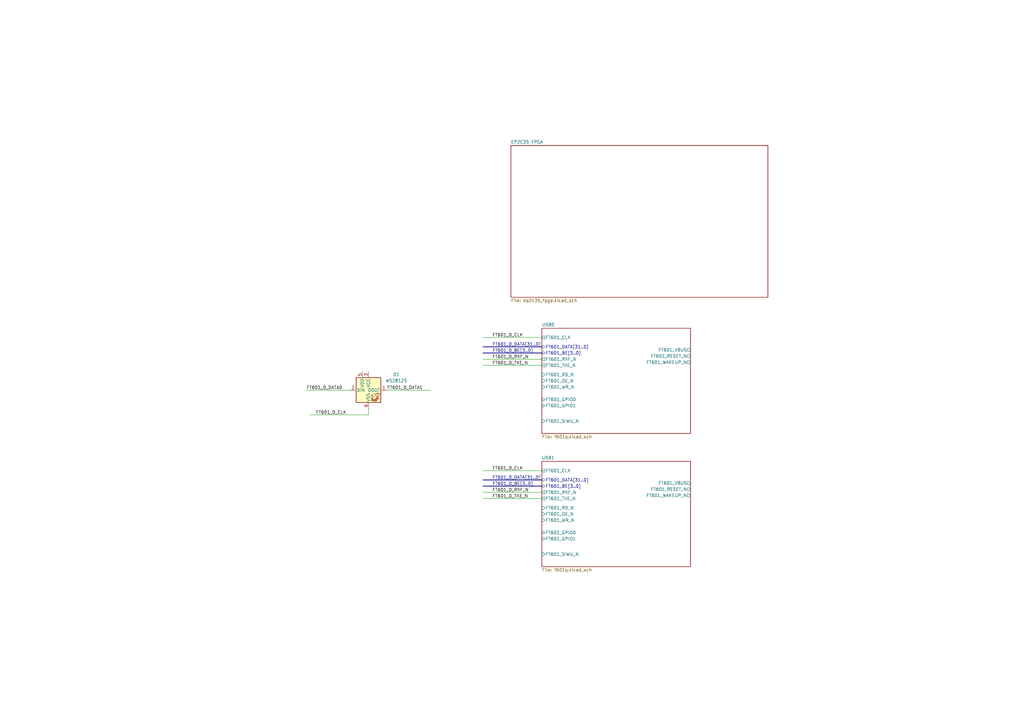
<source format=kicad_sch>
(kicad_sch (version 20250114) (generator "eeschema") (generator_version "9.0")
  (paper "A3")
  (lib_symbols
    (symbol "LED:WS2812S" (pin_names (offset 0.254))
      (property "Reference" "D" (at 5.08 5.715 0))
      (property "Value" "WS2812S" (at 1.27 -5.715 0))
      (symbol "WS2812S_0_0"
        (text "RGB" (at 2.286 -4.191 0) (effects (font (size 0.762 0.762))))
      )
      (symbol "WS2812S_0_1"
        (polyline (pts (xy 1.27 -2.54) (xy 1.778 -2.54)))
        (polyline (pts (xy 1.27 -3.556) (xy 1.778 -3.556)))
        (polyline (pts (xy 2.286 -1.524) (xy 1.27 -2.54) (xy 1.27 -2.032)))
        (polyline (pts (xy 2.286 -2.54) (xy 1.27 -3.556) (xy 1.27 -3.048)))
        (polyline (pts (xy 3.683 -1.016) (xy 3.683 -3.556) (xy 3.683 -4.064)))
        (polyline (pts (xy 4.699 -1.524) (xy 2.667 -1.524) (xy 3.683 -3.556) (xy 4.699 -1.524)))
        (polyline (pts (xy 4.699 -3.556) (xy 2.667 -3.556)))
        (rectangle (start 5.08 5.08) (end -5.08 -5.08) (stroke (width 0.254)) (fill (type background)))
      )
      (symbol "WS2812S_1_1"
        (pin input line (at -7.62 0 0) (length 2.54) (name "DIN") (number "2"))
        (pin power_in line (at -2.54 7.62 270) (length 2.54) (name "VDD") (number "5"))
        (pin power_in line (at 0 7.62 270) (length 2.54) (name "VCC") (number "3"))
        (pin power_in line (at 0 -7.62 90) (length 2.54) (name "VSS") (number "6"))
        (pin no_connect line (at 5.08 2.54 180) (length 2.54) (hide yes) (name "NC") (number "4"))
        (pin output line (at 7.62 0 180) (length 2.54) (name "DOUT") (number "1"))
      )
    )
  )
  (wire (pts (xy 198.12 204.47) (xy 222.25 204.47)))
  (bus (pts (xy 198.12 144.78) (xy 222.25 144.78)))
  (wire (pts (xy 151.13 167.64) (xy 151.13 170.18)))
  (wire (pts (xy 125.73 160.02) (xy 143.51 160.02)))
  (wire (pts (xy 127 170.18) (xy 151.13 170.18)))
  (wire (pts (xy 198.12 149.86) (xy 222.25 149.86)))
  (bus (pts (xy 198.12 142.24) (xy 222.25 142.24)))
  (wire (pts (xy 198.12 201.93) (xy 222.25 201.93)))
  (wire (pts (xy 158.75 160.02) (xy 176.53 160.02)))
  (bus (pts (xy 198.12 196.85) (xy 222.25 196.85)))
  (wire (pts (xy 198.12 147.32) (xy 222.25 147.32)))
  (wire (pts (xy 198.12 138.43) (xy 222.25 138.43)))
  (wire (pts (xy 198.12 193.04) (xy 222.25 193.04)))
  (bus (pts (xy 198.12 199.39) (xy 222.25 199.39)))
  (label "FT601_0_CLK" (at 129.54 170.18 0))
  (label "FT601_0_DATA0" (at 125.73 160.02 0))
  (label "FT601_0_TXE_N" (at 201.93 149.86 0))
  (label "FT601_0_DATA[31..0]" (at 201.93 196.85 0))
  (label "FT601_0_DATA1" (at 158.75 160.02 0))
  (label "FT601_0_DATA[31..0]" (at 201.93 142.24 0))
  (label "FT601_0_CLK" (at 201.93 193.04 0))
  (label "FT601_0_CLK" (at 201.93 138.43 0))
  (label "FT601_0_RXF_N" (at 201.93 147.32 0))
  (label "FT601_0_TXE_N" (at 201.93 204.47 0))
  (label "FT601_0_BE[3..0]" (at 201.93 199.39 0))
  (label "FT601_0_RXF_N" (at 201.93 201.93 0))
  (label "FT601_0_BE[3..0]" (at 201.93 144.78 0))
  (symbol (lib_id "LED:WS2812S") (at 151.13 160.02 0) (unit 1)
    (property "Reference" "D1" (at 162.56 153.5998 0))
    (property "Value" "WS2812S" (at 162.56 156.1398 0))
    (property "Footprint" "LED_SMD:LED_WS2812_PLCC6_5.0x5.0mm_P1.6mm" (effects (hide yes)))
    (property "Datasheet" "http://www.world-semi.com/DownLoadFile/115" (effects (hide yes)))
    (property "Description" "RGB LED with integrated controller" (effects (hide yes)))
  )
  (sheet (at 222.25 189.23) (size 60.96 43.18) (stroke (width 0.1524))
    (property "Sheetname" "USB1" (at 222.25 188.5184 0) (effects (justify left bottom)))
    (property "Sheetfile" "f601q.kicad_sch" (at 222.25 232.9946 0) (effects (justify left top)))
    (pin "FT601_CLK" output (at 222.25 193.04 180))
    (pin "FT601_DATA[31..0]" bidirectional (at 222.25 196.85 180))
    (pin "FT601_BE[3..0]" bidirectional (at 222.25 199.39 180))
    (pin "FT601_RXF_N" output (at 222.25 201.93 180))
    (pin "FT601_TXE_N" output (at 222.25 204.47 180))
    (pin "FT601_RD_N" input (at 222.25 208.28 180))
    (pin "FT601_SIWU_N" input (at 222.25 227.33 180))
    (pin "FT601_OE_N" input (at 222.25 210.82 180))
    (pin "FT601_GPIO1" bidirectional (at 222.25 220.98 180))
    (pin "FT601_GPIO0" bidirectional (at 222.25 218.44 180))
    (pin "FT601_VBUS" output (at 283.21 198.12 0))
    (pin "FT601_RESET_N" output (at 283.21 200.66 0))
    (pin "FT601_WR_N" input (at 222.25 213.36 180))
    (pin "FT601_WAKEUP_N" output (at 283.21 203.2 0))
  )
  (sheet (at 209.55 59.69) (size 105.41 62.23) (stroke (width 0.1524))
    (property "Sheetname" "EP2C35 FPGA" (at 209.55 58.9784 0) (effects (justify left bottom)))
    (property "Sheetfile" "ep2c35_fpga.kicad_sch" (at 209.55 122.5046 0) (effects (justify left top)))
  )
  (sheet (at 222.25 134.62) (size 60.96 43.18) (stroke (width 0.1524))
    (property "Sheetname" "USB0" (at 222.25 133.9084 0) (effects (justify left bottom)))
    (property "Sheetfile" "f601q.kicad_sch" (at 222.25 178.3846 0) (effects (justify left top)))
    (pin "FT601_CLK" output (at 222.25 138.43 180))
    (pin "FT601_DATA[31..0]" bidirectional (at 222.25 142.24 180))
    (pin "FT601_BE[3..0]" bidirectional (at 222.25 144.78 180))
    (pin "FT601_RXF_N" output (at 222.25 147.32 180))
    (pin "FT601_TXE_N" output (at 222.25 149.86 180))
    (pin "FT601_RD_N" input (at 222.25 153.67 180))
    (pin "FT601_SIWU_N" input (at 222.25 172.72 180))
    (pin "FT601_OE_N" input (at 222.25 156.21 180))
    (pin "FT601_GPIO1" bidirectional (at 222.25 166.37 180))
    (pin "FT601_GPIO0" bidirectional (at 222.25 163.83 180))
    (pin "FT601_VBUS" output (at 283.21 143.51 0))
    (pin "FT601_RESET_N" output (at 283.21 146.05 0))
    (pin "FT601_WR_N" input (at 222.25 158.75 180))
    (pin "FT601_WAKEUP_N" output (at 283.21 148.59 0))
  )
)
</source>
